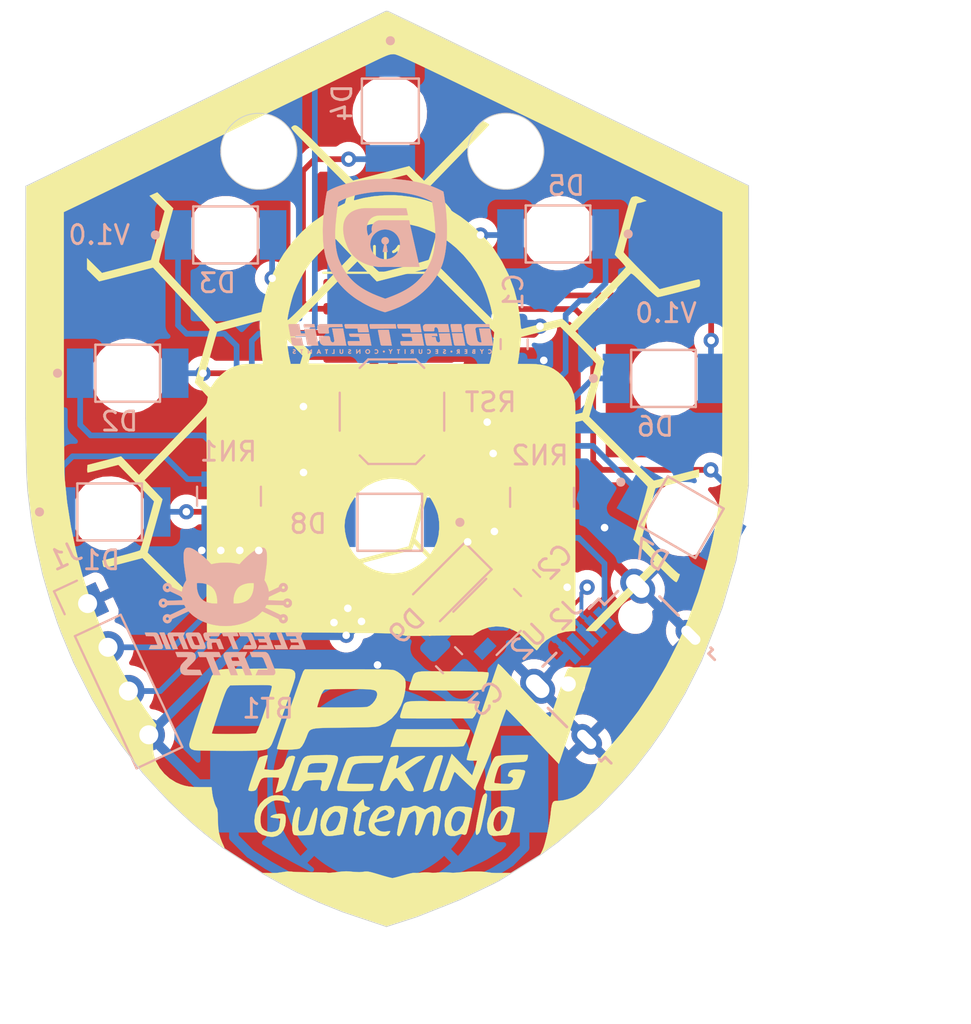
<source format=kicad_pcb>
(kicad_pcb (version 20221018) (generator pcbnew)
  (title_block (title "Open Hack Colombia ") (date "2019-09-06") (rev "V1.0") (company "Electronic Cats") (comment 1 "Andres Sabas") (comment 2 "Eduardo Contreras"))
  (layers (0 "F.Cu" signal) (31 "B.Cu" signal) (34 "B.Paste" user) (35 "F.Paste" user) (36 "B.SilkS" user "B.Silkscreen") (37 "F.SilkS" user "F.Silkscreen") (38 "B.Mask" user) (39 "F.Mask" user) (44 "Edge.Cuts" user))
  (net 0 "")
  (net 1 "+3V3")
  (net 2 "GND")
  (net 3 "Net-(D1-Pad1)")
  (net 4 "Net-(D2-Pad1)")
  (net 5 "Net-(D3-Pad1)")
  (net 6 "Net-(D4-Pad1)")
  (net 7 "Net-(D5-Pad1)")
  (net 8 "Net-(D6-Pad1)")
  (net 9 "Net-(D7-Pad1)")
  (net 10 "/D-")
  (net 11 "/D+")
  (net 12 "/D5")
  (net 13 "/D0")
  (net 14 "/D1")
  (net 15 "/D6")
  (net 16 "/RST")
  (net 17 "/SWCLK")
  (net 18 "/SWDIO")
  (net 19 "/D3")
  (net 20 "/D4")
  (net 21 "/D2")
  (net 22 "VCC")
  (net 23 "Net-(J2-Pad4)")
  (net 24 "Net-(C3-Pad1)")
  (net 25 "Net-(U2-Pad4)")
  (net 26 "Net-(D8-Pad1)")
  (footprint "Package_SO:SOIC-14_3.9x8.7mm_P1.27mm" (layer "F.Cu") (at 149.85 93.825)
    (fp_text reference "U1")
    (fp_text value "ATSAMD11C14A-SS")
  )
  (footprint "seguridad-03" (layer "F.Cu") (at 150.22 99.69)
    (fp_text reference "Ref**" hide)
    (fp_text value "Val**" hide)
  )
  (footprint "seguridad-03" (layer "F.Cu") (at 150.22 99.69)
    (fp_text reference "Ref**" hide)
    (fp_text value "Val**" hide)
  )
  (footprint "Batteries:BAT-HLD-012-SMT-OTL" (layer "B.Cu") (at 149.34 116.29)
    (fp_text reference "BT1")
    (fp_text value "Battery_Cell")
  )
  (footprint "Connector_USB:USB_Micro-B_Wuerth_629105150521" (layer "B.Cu") (at 161.62 109.82 -135)
    (fp_text reference "J2")
    (fp_text value "USB_B_Micro")
  )
  (footprint "Capacitor_SMD:C_0805_2012Metric_Pad1.15x1.40mm_HandSolder" (layer "B.Cu") (at 157.12 105.71 -45)
    (fp_text reference "C2")
    (fp_text value "10uF")
  )
  (footprint "Package_TO_SOT_SMD:SOT-23-5" (layer "B.Cu") (at 155.015 107.725 -135)
    (fp_text reference "U2")
    (fp_text value "AP2112K-3.3")
  )
  (footprint "BadgeOpenHack:LYT77K-K2M1-NoHole" (layer "B.Cu") (at 135.15 101.975)
    (fp_text reference "D1")
    (fp_text value "R_LED")
  )
  (footprint "BadgeOpenHack:LYT77K-K2M1-NoHole" (layer "B.Cu") (at 136.1 94.675)
    (fp_text reference "D2")
    (fp_text value "R_LED")
  )
  (footprint "BadgeOpenHack:LYT77K-K2M1-NoHole" (layer "B.Cu") (at 141.25 87.4)
    (fp_text reference "D3")
    (fp_text value "R_LED")
  )
  (footprint "BadgeOpenHack:LYT77K-K2M1-NoHole" (layer "B.Cu") (at 149.925 80.875 -90)
    (fp_text reference "D4")
    (fp_text value "R_LED")
  )
  (footprint "BadgeOpenHack:LYT77K-K2M1-NoHole" (layer "B.Cu") (at 158.75 87.35 180)
    (fp_text reference "D5")
    (fp_text value "R_LED")
  )
  (footprint "BadgeOpenHack:LYT77K-K2M1-NoHole" (layer "B.Cu") (at 165.25 102.25 -30)
    (fp_text reference "D7")
    (fp_text value "R_LED")
  )
  (footprint "BadgeOpenHack:LYT77K-K2M1-NoHole" (layer "B.Cu") (at 164.3 94.95)
    (fp_text reference "D6")
    (fp_text value "R_LED")
  )
  (footprint "Capacitor_SMD:C_0805_2012Metric_Pad1.15x1.40mm_HandSolder" (layer "B.Cu") (at 153.015 109.775 -45)
    (fp_text reference "C3")
    (fp_text value "10uF")
  )
  (footprint "Aesthetics:electronic_cats_logo_8x6" (layer "B.Cu") (at 141.24 107.21 180)
    (fp_text reference "G***" hide)
    (fp_text value "LOGO" hide)
  )
  (footprint "Connector_PinSocket_2.54mm:PinSocket_1x04_P2.54mm_Vertical" (layer "B.Cu") (at 133.99 106.794 -155)
    (fp_text reference "J1")
    (fp_text value "Conn_01x04_Male")
  )
  (footprint "Capacitor_SMD:C_0805_2012Metric_Pad1.15x1.40mm_HandSolder" (layer "B.Cu") (at 156.44 93.146 -90)
    (fp_text reference "C1")
    (fp_text value "0.1uF")
  )
  (footprint "Diode_SMD:D_SOD-123F" (layer "B.Cu") (at 152.994 105.848 -135)
    (fp_text reference "D9")
    (fp_text value "MBR120")
  )
  (footprint "Resistor_SMD:R_Array_Convex_4x0603" (layer "B.Cu") (at 141.432 101.146 -90)
    (fp_text reference "RN1")
    (fp_text value "R_Pack04")
  )
  (footprint "Resistor_SMD:R_Array_Convex_4x0603" (layer "B.Cu") (at 157.908 101.206 -90)
    (fp_text reference "RN2")
    (fp_text value "R_Pack04")
  )
  (footprint "Button_Switch_SMD:SW_SPST_TL3342" (layer "B.Cu") (at 150.01 96.7 180)
    (fp_text reference "SW1")
    (fp_text value "RST")
  )
  (footprint "Aesthetics:digetech" (layer "B.Cu") (at 149.95 89.05 180)
    (fp_text reference "G***" hide)
    (fp_text value "LOGO" hide)
  )
  (footprint "BadgeOpenHack:LYT77K-K2M1-NoHole" (layer "B.Cu") (at 149.894 102.52 180)
    (fp_text reference "D8")
    (fp_text value "R_LED")
  )
  (gr_line (start 149.74 75.63) (end 149.81 75.64) (stroke (width 0.05)) (layer "Edge.Cuts"))
  (gr_circle (center 143 83) (end 145 83) (stroke (width 0.05)) (fill none) (layer "Edge.Cuts"))
  (gr_line (start 167.39 107.01) (end 166.3 109.81) (stroke (width 0.05)) (layer "Edge.Cuts"))
  (gr_line (start 162.96 115.23) (end 162.74 115.51) (stroke (width 0.05)) (layer "Edge.Cuts"))
  (gr_line (start 164.36 113.32) (end 163.61 114.39) (stroke (width 0.05)) (layer "Edge.Cuts"))
  (gr_line (start 134.22 111.81) (end 133.26 109.91) (stroke (width 0.05)) (layer "Edge.Cuts"))
  (gr_line (start 130.73 97.04) (end 130.73 95.11) (stroke (width 0.05)) (layer "Edge.Cuts"))
  (gr_line (start 153.57 122.38) (end 151.33 123.27) (stroke (width 0.05)) (layer "Edge.Cuts"))
  (gr_line (start 149.67 75.64) (end 149.74 75.63) (stroke (width 0.05)) (layer "Edge.Cuts"))
  (gr_line (start 168.78 98.22) (end 168.77 100.59) (stroke (width 0.05)) (layer "Edge.Cuts"))
  (gr_line (start 149.81 75.64) (end 168.78 84.81) (stroke (width 0.05)) (layer "Edge.Cuts"))
  (gr_line (start 135.78 114.26) (end 135.26 113.5) (stroke (width 0.05)) (layer "Edge.Cuts"))
  (gr_line (start 132.4 107.79) (end 132.11 106.92) (stroke (width 0.05)) (layer "Edge.Cuts"))
  (gr_line (start 130.74 84.84) (end 149.67 75.64) (stroke (width 0.05)) (layer "Edge.Cuts"))
  (gr_line (start 163.61 114.39) (end 162.96 115.23) (stroke (width 0.05)) (layer "Edge.Cuts"))
  (gr_line (start 143.19 120.99) (end 141.14 119.66) (stroke (width 0.05)) (layer "Edge.Cuts"))
  (gr_line (start 131.24 103.56) (end 131.05 102.56) (stroke (width 0.05)) (layer "Edge.Cuts"))
  (gr_line (start 155.37 121.52) (end 153.57 122.38) (stroke (width 0.05)) (layer "Edge.Cuts"))
  (gr_line (start 135.26 113.5) (end 134.82 112.83) (stroke (width 0.05)) (layer "Edge.Cuts"))
  (gr_line (start 130.84 100.86) (end 130.78 99.9) (stroke (width 0.05)) (layer "Edge.Cuts"))
  (gr_line (start 130.75 98.29) (end 130.73 97.04) (stroke (width 0.05)) (layer "Edge.Cuts"))
  (gr_line (start 140.14 118.89) (end 139.57 118.41) (stroke (width 0.05)) (layer "Edge.Cuts"))
  (gr_line (start 137.73 116.62) (end 136.91 115.73) (stroke (width 0.05)) (layer "Edge.Cuts"))
  (gr_line (start 138.25 117.17) (end 137.73 116.62) (stroke (width 0.05)) (layer "Edge.Cuts"))
  (gr_line (start 145.02 121.99) (end 144.08 121.49) (stroke (width 0.05)) (layer "Edge.Cuts"))
  (gr_line (start 157.82 120.02) (end 155.66 121.37) (stroke (width 0.05)) (layer "Edge.Cuts"))
  (gr_line (start 168.12 104.52) (end 167.39 107.01) (stroke (width 0.05)) (layer "Edge.Cuts"))
  (gr_line (start 130.73 95.11) (end 130.74 84.84) (stroke (width 0.05)) (layer "Edge.Cuts"))
  (gr_line (start 160.88 117.51) (end 158.72 119.36) (stroke (width 0.05)) (layer "Edge.Cuts"))
  (gr_line (start 144.08 121.49) (end 143.19 120.99) (stroke (width 0.05)) (layer "Edge.Cuts"))
  (gr_line (start 168.78 84.81) (end 168.78 98.22) (stroke (width 0.05)) (layer "Edge.Cuts"))
  (gr_line (start 162.13 116.21) (end 160.88 117.51) (stroke (width 0.05)) (layer "Edge.Cuts"))
  (gr_line (start 149.72 123.79) (end 147.4 123.01) (stroke (width 0.05)) (layer "Edge.Cuts"))
  (gr_line (start 131.63 105.28) (end 131.24 103.56) (stroke (width 0.05)) (layer "Edge.Cuts"))
  (gr_line (start 147.4 123.01) (end 146.18 122.52) (stroke (width 0.05)) (layer "Edge.Cuts"))
  (gr_line (start 168.6 101.84) (end 168.12 104.52) (stroke (width 0.05)) (layer "Edge.Cuts"))
  (gr_line (start 158.72 119.36) (end 157.82 120.02) (stroke (width 0.05)) (layer "Edge.Cuts"))
  (gr_line (start 151.33 123.27) (end 149.72 123.79) (stroke (width 0.05)) (layer "Edge.Cuts"))
  (gr_line (start 140.83 119.43) (end 140.14 118.89) (stroke (width 0.05)) (layer "Edge.Cuts"))
  (gr_line (start 168.77 100.59) (end 168.6 101.84) (stroke (width 0.05)) (layer "Edge.Cuts"))
  (gr_line (start 132.11 106.92) (end 131.63 105.28) (stroke (width 0.05)) (layer "Edge.Cuts"))
  (gr_line (start 166.3 109.81) (end 165.42 111.55) (stroke (width 0.05)) (layer "Edge.Cuts"))
  (gr_line (start 136.91 115.73) (end 135.78 114.26) (stroke (width 0.05)) (layer "Edge.Cuts"))
  (gr_line (start 131.05 102.56) (end 130.84 100.86) (stroke (width 0.05)) (layer "Edge.Cuts"))
  (gr_line (start 155.66 121.37) (end 155.37 121.52) (stroke (width 0.05)) (layer "Edge.Cuts"))
  (gr_line (start 139.05 117.94) (end 138.25 117.17) (stroke (width 0.05)) (layer "Edge.Cuts"))
  (gr_line (start 134.82 112.83) (end 134.22 111.81) (stroke (width 0.05)) (layer "Edge.Cuts"))
  (gr_line (start 146.18 122.52) (end 145.02 121.99) (stroke (width 0.05)) (layer "Edge.Cuts"))
  (gr_line (start 133.26 109.91) (end 132.61 108.35) (stroke (width 0.05)) (layer "Edge.Cuts"))
  (gr_line (start 130.78 99.9) (end 130.75 98.29) (stroke (width 0.05)) (layer "Edge.Cuts"))
  (gr_line (start 132.61 108.35) (end 132.4 107.79) (stroke (width 0.05)) (layer "Edge.Cuts"))
  (gr_line (start 162.74 115.51) (end 162.13 116.21) (stroke (width 0.05)) (layer "Edge.Cuts"))
  (gr_line (start 139.57 118.41) (end 139.05 117.94) (stroke (width 0.05)) (layer "Edge.Cuts"))
  (gr_line (start 165.42 111.55) (end 164.36 113.32) (stroke (width 0.05)) (layer "Edge.Cuts"))
  (gr_circle (center 156 83) (end 158 83) (stroke (width 0.05)) (fill none) (layer "Edge.Cuts"))
  (gr_line (start 141.14 119.66) (end 140.83 119.43) (stroke (width 0.05)) (layer "Edge.Cuts"))
  (gr_text "V1.0" (at 134.6 87.4) (layer "B.SilkS") (effects (font (size 1 1)) (justify mirror)))
  (gr_text "V1.0" (at 164.428 91.508) (layer "B.SilkS") (effects (font (size 1 1)) (justify mirror)))
  (segment (start 150.052 98.23) (end 150.052 92.988) (width 0.5) (layer "F.Cu") (net 1))
  (segment (start 157.445 92.555) (end 157.8 92.2) (width 0.5) (layer "F.Cu") (net 1))
  (segment (start 147.6 107.13) (end 147.686 107.044) (width 0.5) (layer "F.Cu") (net 1))
  (segment (start 150.71 98.888) (end 150.052 98.23) (width 0.5) (layer "F.Cu") (net 1))
  (segment (start 147.6 108.464) (end 147.6 107.13) (width 0.5) (layer "F.Cu") (net 1))
  (segment (start 153.994 106.572) (end 153.994 103.548) (width 0.5) (layer "F.Cu") (net 1))
  (segment (start 148.406 107.734) (end 148.376 107.734) (width 0.5) (layer "F.Cu") (net 1))
  (segment (start 152.832 107.734) (end 153.994 106.572) (width 0.5) (layer "F.Cu") (net 1))
  (segment (start 150.485 92.555) (end 152.325 92.555) (width 0.5) (layer "F.Cu") (net 1))
  (segment (start 146.958 107.794) (end 148.346 107.794) (width 0.5) (layer "F.Cu") (net 1))
  (segment (start 152.37 107.734) (end 152.832 107.734) (width 0.5) (layer "F.Cu") (net 1))
  (segment (start 152.658 98.888) (end 150.71 98.888) (width 0.5) (layer "F.Cu") (net 1))
  (segment (start 147.686 107.044) (end 147.686 107.066) (width 0.5) (layer "F.Cu") (net 1))
  (segment (start 153.994 100.224) (end 152.658 98.888) (width 0.5) (layer "F.Cu") (net 1))
  (segment (start 148.376 107.734) (end 147.686 107.044) (width 0.5) (layer "F.Cu") (net 1))
  (segment (start 148.346 107.794) (end 148.406 107.734) (width 0.5) (layer "F.Cu") (net 1))
  (segment (start 153.994 103.548) (end 153.994 100.224) (width 0.5) (layer "F.Cu") (net 1))
  (segment (start 152.325 92.555) (end 157.445 92.555) (width 0.5) (layer "F.Cu") (net 1))
  (segment (start 148.406 107.734) (end 152.37 107.734) (width 0.5) (layer "F.Cu") (net 1))
  (segment (start 150.052 92.988) (end 150.485 92.555) (width 0.5) (layer "F.Cu") (net 1))
  (segment (start 147.686 107.066) (end 146.958 107.794) (width 0.5) (layer "F.Cu") (net 1))
  (via (at 146.958 107.794) (size 0.8) (drill 0.4) (layers "F.Cu" "B.Cu") (net 1))
  (via (at 148.406 107.734) (size 0.8) (drill 0.4) (layers "F.Cu" "B.Cu") (net 1))
  (via (at 147.6 108.464) (size 0.8) (drill 0.4) (layers "F.Cu" "B.Cu") (net 1))
  (via (at 153.994 103.548) (size 0.8) (drill 0.4) (layers "F.Cu" "B.Cu") (net 1))
  (via (at 147.686 107.044) (size 0.8) (drill 0.4) (layers "F.Cu" "B.Cu") (net 1))
  (via (at 157.8 92.2) (size 0.8) (drill 0.4) (layers "F.Cu" "B.Cu") (net 1))
  (segment (start 151.152193 122.775715) (end 150.225557 123.075) (width 0.5) (layer "B.Cu") (net 1))
  (segment (start 147.774315 107.825685) (end 147.999999 108.051369) (width 0.5) (layer "B.Cu") (net 1))
  (segment (start 147.780315 107.794) (end 147.840315 107.734) (width 0.5) (layer "B.Cu") (net 1))
  (segment (start 144.331922 121.029341) (end 143.461727 120.540468) (width 0.5) (layer "B.Cu") (net 1))
  (segment (start 142.54703 119.947031) (end 141.69 119.090001) (width 0.5) (layer "B.Cu") (net 1))
  (segment (start 147.999999 108.051369) (end 147.999999 108.064001) (width 0.5) (layer "B.Cu") (net 1))
  (segment (start 147.774315 107.8) (end 147.774315 107.825685) (width 0.5) (layer "B.Cu") (net 1))
  (segment (start 153.983949 103.558051) (end 153.994 103.548) (width 0.5) (layer "B.Cu") (net 1))
  (segment (start 147.686 107.044) (end 147.686 107.699685) (width 0.5) (layer "B.Cu") (net 1))
  (segment (start 147.999999 108.064001) (end 147.6 108.464) (width 0.5) (layer "B.Cu") (net 1))
  (segment (start 146.958 107.794) (end 147.780315 107.794) (width 0.5) (layer "B.Cu") (net 1))
  (segment (start 150.225557 123.075) (end 149.240793 123.075) (width 0.5) (layer "B.Cu") (net 1))
  (segment (start 147.6 108.2) (end 147.364 108.2) (width 0.5) (layer "B.Cu") (net 1))
  (segment (start 146.410144 122.046663) (end 146.410144 122.046662) (width 0.5) (layer "B.Cu") (net 1))
  (segment (start 153.359645 121.898648) (end 152.664106 122.175) (width 0.5) (layer "B.Cu") (net 1))
  (segment (start 152.474774 122.250226) (end 151.152193 122.775715) (width 0.5) (layer "B.Cu") (net 1))
  (segment (start 157.721 92.121) (end 157.8 92.2) (width 0.5) (layer "B.Cu") (net 1))
  (segment (start 147.840315 107.734) (end 147.774315 107.8) (width 0.5) (layer "B.Cu") (net 1))
  (segment (start 156.99 119.634999) (end 156.230972 120.394027) (width 0.5) (layer "B.Cu") (net 1))
  (segment (start 156.230972 120.394027) (end 155.399843 120.913483) (width 0.5) (layer "B.Cu") (net 1))
  (segment (start 156.44 92.121) (end 157.721 92.121) (width 0.5) (layer "B.Cu") (net 1))
  (segment (start 146.044241 121.880759) (end 145.252581 121.519053) (width 0.5) (layer "B.Cu") (net 1))
  (segment (start 149.240793 123.075) (end 147.581646 122.517183) (width 0.5) (layer "B.Cu") (net 1))
  (segment (start 146.410144 122.046663) (end 146.244241 121.880759) (width 0.5) (layer "B.Cu") (net 1))
  (segment (start 142.446416 108.464) (end 147.6 108.464) (width 0.5) (layer "B.Cu") (net 1))
  (segment (start 139.800286 116.29) (end 137.210351 113.700065) (width 0.5) (layer "B.Cu") (net 1))
  (segment (start 147.686 107.699685) (end 147.780315 107.794) (width 0.5) (layer "B.Cu") (net 1))
  (segment (start 147.364 108.2) (end 146.958 107.794) (width 0.5) (layer "B.Cu") (net 1))
  (segment (start 141.69 116.29) (end 139.800286 116.29) (width 0.5) (layer "B.Cu") (net 1))
  (segment (start 152.55 122.175) (end 152.474774 122.250226) (width 0.5) (layer "B.Cu") (net 1))
  (segment (start 147.581646 122.517183) (end 146.410144 122.046663) (width 0.5) (layer "B.Cu") (net 1))
  (segment (start 148.406 107.734) (end 147.840315 107.734) (width 0.5) (layer "B.Cu") (net 1))
  (segment (start 153.983949 104.858051) (end 153.983949 103.558051) (width 0.5) (layer "B.Cu") (net 1))
  (segment (start 143.461727 120.540468) (end 142.54703 119.947031) (width 0.5) (layer "B.Cu") (net 1))
  (segment (start 155.399843 120.913483) (end 155.136151 121.049874) (width 0.5) (layer "B.Cu") (net 1))
  (segment (start 147.6 108.464) (end 147.6 108.2) (width 0.5) (layer "B.Cu") (net 1))
  (segment (start 146.410144 122.046662) (end 146.244241 121.880759) (width 0.5) (layer "B.Cu") (net 1))
  (segment (start 146.244241 121.880759) (end 146.044241 121.880759) (width 0.5) (layer "B.Cu") (net 1))
  (segment (start 145.252581 121.519053) (end 144.331922 121.029341) (width 0.5) (layer "B.Cu") (net 1))
  (segment (start 155.136151 121.049874) (end 153.359645 121.898648) (width 0.5) (layer "B.Cu") (net 1))
  (segment (start 152.664106 122.175) (end 152.55 122.175) (width 0.5) (layer "B.Cu") (net 1))
  (segment (start 141.69 119.090001) (end 141.69 116.29) (width 0.5) (layer "B.Cu") (net 1))
  (segment (start 156.99 116.29) (end 156.99 119.634999) (width 0.5) (layer "B.Cu") (net 1))
  (segment (start 137.210351 113.700065) (end 142.446416 108.464) (width 0.5) (layer "B.Cu") (net 1))
  (segment (start 140 104) (end 141 104) (width 0.3) (layer "F.Cu") (net 2))
  (segment (start 142 104) (end 143 104) (width 0.3) (layer "F.Cu") (net 2))
  (segment (start 158 94) (end 154.4 94) (width 0.3) (layer "F.Cu") (net 2))
  (via (at 142 104) (size 0.8) (drill 0.4) (layers "F.Cu" "B.Cu") (net 2))
  (via (at 141 104) (size 0.8) (drill 0.4) (layers "F.Cu" "B.Cu") (net 2))
  (via (at 155.4 103) (size 0.8) (drill 0.4) (layers "F.Cu" "B.Cu") (net 2))
  (via (at 140 104) (size 0.8) (drill 0.4) (layers "F.Cu" "B.Cu") (net 2))
  (via (at 149.25 110.025) (size 0.8) (drill 0.4) (layers "F.Cu" "B.Cu") (net 2))
  (via (at 161.2 102.8) (size 0.8) (drill 0.4) (layers "F.Cu" "B.Cu") (net 2))
  (via (at 143 104) (size 0.8) (drill 0.4) (layers "F.Cu" "B.Cu") (net 2))
  (via (at 155.336 98.898) (size 0.8) (drill 0.4) (layers "F.Cu" "B.Cu") (net 2))
  (via (at 158 94) (size 0.8) (drill 0.4) (layers "F.Cu" "B.Cu") (net 2))
  (segment (start 156.708 102.106) (end 156.294 102.106) (width 0.3) (layer "B.Cu") (net 2))
  (segment (start 160.506 102.106) (end 161.2 102.8) (width 0.3) (layer "B.Cu") (net 2))
  (segment (start 140.232 102.046) (end 140.232 103.768) (width 0.3) (layer "B.Cu") (net 2))
  (segment (start 159.108 102.106) (end 160.506 102.106) (width 0.3) (layer "B.Cu") (net 2))
  (segment (start 156.44 94.171) (end 157.829 94.171) (width 0.3) (layer "B.Cu") (net 2))
  (segment (start 156.305216 106.434784) (end 157.844784 106.434784) (width 0.3) (layer "B.Cu") (net 2))
  (segment (start 159.357258 109.395736) (end 157.844784 107.883262) (width 0.3) (layer "B.Cu") (net 2))
  (segment (start 140.232 103.768) (end 140 104) (width 0.3) (layer "B.Cu") (net 2))
  (segment (start 153.16 98.6) (end 155.038 98.6) (width 0.3) (layer "B.Cu") (net 2))
  (segment (start 156.294 102.106) (end 155.4 103) (width 0.3) (layer "B.Cu") (net 2))
  (segment (start 149.34 110.115) (end 149.25 110.025) (width 0.3) (layer "B.Cu") (net 2))
  (segment (start 141 104) (end 142 104) (width 0.3) (layer "B.Cu") (net 2))
  (segment (start 149.34 116.29) (end 149.34 110.115) (width 0.3) (layer "B.Cu") (net 2))
  (segment (start 157.829 94.171) (end 158 94) (width 0.3) (layer "B.Cu") (net 2))
  (segment (start 157.844784 107.883262) (end 157.844784 106.434784) (width 0.3) (layer "B.Cu") (net 2))
  (segment (start 155.038 98.6) (end 155.336 98.898) (width 0.3) (layer "B.Cu") (net 2))
  (segment (start 155.792817 106.947183) (end 156.305216 106.434784) (width 0.3) (layer "B.Cu") (net 2))
  (segment (start 132.65 99.6) (end 133.2 99.05) (width 0.3) (layer "B.Cu") (net 3))
  (segment (start 139.246 100.246) (end 140.232 100.246) (width 0.3) (layer "B.Cu") (net 3))
  (segment (start 132.65 101.975) (end 132.65 99.6) (width 0.3) (layer "B.Cu") (net 3))
  (segment (start 133.2 99.05) (end 138.05 99.05) (width 0.3) (layer "B.Cu") (net 3))
  (segment (start 138.05 99.05) (end 139.246 100.246) (width 0.3) (layer "B.Cu") (net 3))
  (segment (start 141.032 100.246) (end 141.032 98.882) (width 0.3) (layer "B.Cu") (net 4))
  (segment (start 134.15 97.95) (end 133.6 97.4) (width 0.3) (layer "B.Cu") (net 4))
  (segment (start 141.032 98.882) (end 140.1 97.95) (width 0.3) (layer "B.Cu") (net 4))
  (segment (start 140.1 97.95) (end 134.15 97.95) (width 0.3) (layer "B.Cu") (net 4))
  (segment (start 133.6 97.4) (end 133.6 94.675) (width 0.3) (layer "B.Cu") (net 4))
  (segment (start 141.832 100.246) (end 141.832 93.232) (width 0.3) (layer "B.Cu") (net 5))
  (segment (start 138.75 92.15) (end 138.75 89.35) (width 0.3) (layer "B.Cu") (net 5))
  (segment (start 141.2 92.6) (end 139.2 92.6) (width 0.3) (layer "B.Cu") (net 5))
  (segment (start 141.832 93.232) (end 141.2 92.6) (width 0.3) (layer "B.Cu") (net 5))
  (segment (start 139.2 92.6) (end 138.75 92.15) (width 0.3) (layer "B.Cu") (net 5))
  (segment (start 138.75 89.35) (end 138.75 87.4) (width 0.3) (layer "B.Cu") (net 5))
  (segment (start 142.632 92.968) (end 143 92.6) (width 0.3) (layer "B.Cu") (net 6))
  (segment (start 143 92.6) (end 145.6 92.6) (width 0.3) (layer "B.Cu") (net 6))
  (segment (start 145.95 79.5) (end 147.075 78.375) (width 0.3) (layer "B.Cu") (net 6))
  (segment (start 145.6 92.6) (end 145.95 92.25) (width 0.3) (layer "B.Cu") (net 6))
  (segment (start 145.95 92.25) (end 145.95 79.5) (width 0.3) (layer "B.Cu") (net 6))
  (segment (start 142.632 100.246) (end 142.632 92.968) (width 0.3) (layer "B.Cu") (net 6))
  (segment (start 147.075 78.375) (end 149.925 78.375) (width 0.3) (layer "B.Cu") (net 6))
  (segment (start 159.15 91.6) (end 159.9 90.85) (width 0.3) (layer "B.Cu") (net 7))
  (segment (start 157.4 95.4) (end 158.35 95.4) (width 0.3) (layer "B.Cu") (net 7))
  (segment (start 156.708 96.092) (end 157.4 95.4) (width 0.3) (layer "B.Cu") (net 7))
  (segment (start 159.15 94.6) (end 159.15 91.6) (width 0.3) (layer "B.Cu") (net 7))
  (segment (start 160.35 90.85) (end 161.25 89.95) (width 0.3) (layer "B.Cu") (net 7))
  (segment (start 158.35 95.4) (end 159.15 94.6) (width 0.3) (layer "B.Cu") (net 7))
  (segment (start 161.25 89.95) (end 161.25 87.35) (width 0.3) (layer "B.Cu") (net 7))
  (segment (start 156.708 100.306) (end 156.708 96.092) (width 0.3) (layer "B.Cu") (net 7))
  (segment (start 159.9 90.85) (end 160.35 90.85) (width 0.3) (layer "B.Cu") (net 7))
  (segment (start 160.6 94.95) (end 161.8 94.95) (width 0.3) (layer "B.Cu") (net 8))
  (segment (start 159.55 96) (end 160.6 94.95) (width 0.3) (layer "B.Cu") (net 8))
  (segment (start 158 96) (end 159.55 96) (width 0.3) (layer "B.Cu") (net 8))
  (segment (start 157.508 96.492) (end 158 96) (width 0.3) (layer "B.Cu") (net 8))
  (segment (start 157.508 100.306) (end 157.508 96.492) (width 0.3) (layer "B.Cu") (net 8))
  (segment (start 158.85 98.5) (end 160.584936 98.5) (width 0.3) (layer "B.Cu") (net 9))
  (segment (start 158.308 99.042) (end 158.85 98.5) (width 0.3) (layer "B.Cu") (net 9))
  (segment (start 160.584936 98.5) (end 163.084936 101) (width 0.3) (layer "B.Cu") (net 9))
  (segment (start 158.308 100.306) (end 158.308 99.042) (width 0.3) (layer "B.Cu") (net 9))
  (segment (start 155.1468 95.955) (end 152.735 95.955) (width 0.2) (layer "F.Cu") (net 10))
  (segment (start 160.281713 105.937812) (end 159.981713 106.237812) (width 0.2) (layer "F.Cu") (net 10))
  (segment (start 152.735 95.955) (end 152.325 96.365) (width 0.2) (layer "F.Cu") (net 10))
  (segment (start 159.1132 107.325) (end 157.6768 107.325) (width 0.2) (layer "F.Cu") (net 10))
  (segment (start 159.981713 106.456487) (end 159.1132 107.325) (width 0.2) (layer "F.Cu") (net 10))
  (segment (start 159.981713 106.237812) (end 159.981713 106.456487) (width 0.2) (layer "F.Cu") (net 10))
  (segment (start 157.6768 107.325) (end 156.995 106.6432) (width 0.2) (layer "F.Cu") (net 10))
  (segment (start 156.995 97.8032) (end 155.1468 95.955) (width 0.2) (layer "F.Cu") (net 10))
  (segment (start 156.995 106.6432) (end 156.995 97.8032) (width 0.2) (layer "F.Cu") (net 10))
  (via (at 160.281713 105.937812) (size 0.8) (drill 0.4) (layers "F.Cu" "B.Cu") (net 10))
  (segment (start 160.736117 108.016878) (end 160.630066 108.016878) (width 0.2) (layer "B.Cu") (net 10))
  (segment (start 159.981713 106.237812) (end 160.281713 105.937812) (width 0.2) (layer "B.Cu") (net 10))
  (segment (start 159.981713 107.403895) (end 159.981713 106.237812) (width 0.2) (layer "B.Cu") (net 10))
  (segment (start 160.120957 107.507769) (end 160.085587 107.507769) (width 0.2) (layer "B.Cu") (net 10))
  (segment (start 160.630066 108.016878) (end 160.120957 107.507769) (width 0.2) (layer "B.Cu") (net 10))
  (segment (start 160.085587 107.507769) (end 159.981713 107.403895) (width 0.2) (layer "B.Cu") (net 10))
  (segment (start 155.3332 95.505) (end 152.735 95.505) (width 0.2) (layer "F.Cu") (net 11))
  (segment (start 158.9268 106.875) (end 157.8632 106.875) (width 0.2) (layer "F.Cu") (net 11))
  (segment (start 157.445 106.4568) (end 157.445 97.6168) (width 0.2) (layer "F.Cu") (net 11))
  (segment (start 159.531713 106.237812) (end 159.531713 106.270087) (width 0.2) (layer "F.Cu") (net 11))
  (segment (start 157.8632 106.875) (end 157.445 106.4568) (width 0.2) (layer "F.Cu") (net 11))
  (segment (start 152.735 95.505) (end 152.325 95.095) (width 0.2) (layer "F.Cu") (net 11))
  (segment (start 157.445 97.6168) (end 155.3332 95.505) (width 0.2) (layer "F.Cu") (net 11))
  (segment (start 159.531713 106.270087) (end 158.9268 106.875) (width 0.2) (layer "F.Cu") (net 11))
  (segment (start 159.231713 105.937812) (end 159.531713 106.237812) (width 0.2) (layer "F.Cu") (net 11))
  (via (at 159.231713 105.937812) (size 0.8) (drill 0.4) (layers "F.Cu" "B.Cu") (net 11))
  (segment (start 160.276497 108.370446) (end 159.767389 107.861338) (width 0.2) (layer "B.Cu") (net 11))
  (segment (start 160.276497 108.476497) (end 160.276497 108.370446) (width 0.2) (layer "B.Cu") (net 11))
  (segment (start 159.767389 107.825969) (end 159.531713 107.590293) (width 0.2) (layer "B.Cu") (net 11))
  (segment (start 159.531713 106.237812) (end 159.231713 105.937812) (width 0.2) (layer "B.Cu") (net 11))
  (segment (start 159.531713 107.590293) (end 159.531713 106.237812) (width 0.2) (layer "B.Cu") (net 11))
  (segment (start 159.767389 107.861338) (end 159.767389 107.825969) (width 0.2) (layer "B.Cu") (net 11))
  (segment (start 166.81 91.06) (end 166.81 90.96) (width 0.3) (layer "F.Cu") (net 12))
  (segment (start 155.53499 90.58499) (end 154.965 90.015) (width 0.3) (layer "F.Cu") (net 12))
  (segment (start 166.43499 90.58499) (end 155.53499 90.58499) (width 0.3) (layer "F.Cu") (net 12))
  (segment (start 166.81 92.95) (end 166.81 91.06) (width 0.3) (layer "F.Cu") (net 12))
  (segment (start 166.81 90.96) (end 166.43499 90.58499) (width 0.3) (layer "F.Cu") (net 12))
  (segment (start 152.325 90.015) (end 154.965 90.015) (width 0.3) (layer "F.Cu") (net 12))
  (via (at 166.81 92.95) (size 0.8) (drill 0.4) (layers "F.Cu" "B.Cu") (net 12))
  (segment (start 166.8 92.96) (end 166.81 92.95) (width 0.3) (layer "B.Cu") (net 12))
  (segment (start 166.8 94.95) (end 166.8 92.96) (width 0.3) (layer "B.Cu") (net 12))
  (segment (start 144.358 95.54) (end 144.358 101.19) (width 0.3) (layer "F.Cu") (net 13))
  (segment (start 144.803 95.095) (end 144.358 95.54) (width 0.3) (layer "F.Cu") (net 13))
  (segment (start 143.582 101.966) (end 139.188 101.966) (width 0.3) (layer "F.Cu") (net 13))
  (segment (start 144.358 101.19) (end 143.582 101.966) (width 0.3) (layer "F.Cu") (net 13))
  (segment (start 147.375 95.095) (end 144.803 95.095) (width 0.3) (layer "F.Cu") (net 13))
  (via (at 139.188 101.966) (size 0.8) (drill 0.4) (layers "F.Cu" "B.Cu") (net 13))
  (segment (start 137.659 101.966) (end 137.65 101.975) (width 0.3) (layer "B.Cu") (net 13))
  (segment (start 139.188 101.966) (end 137.659 101.966) (width 0.3) (layer "B.Cu") (net 13))
  (segment (start 147.375 93.825) (end 144.647 93.825) (width 0.3) (layer "F.Cu") (net 14))
  (segment (start 144.647 93.825) (end 143.794 94.678) (width 0.3) (layer "F.Cu") (net 14))
  (segment (start 143.794 94.678) (end 140.068 94.678) (width 0.3) (layer "F.Cu") (net 14))
  (via (at 140.068 94.678) (size 0.8) (drill 0.4) (layers "F.Cu" "B.Cu") (net 14))
  (segment (start 138.6 94.675) (end 140.065 94.675) (width 0.3) (layer "B.Cu") (net 14))
  (segment (start 140.065 94.675) (end 140.068 94.678) (width 0.3) (layer "B.Cu") (net 14))
  (segment (start 153.4 91.285) (end 152.325 91.285) (width 0.3) (layer "F.Cu") (net 15))
  (segment (start 160.6 99.3) (end 160.6 92.25) (width 0.3) (layer "F.Cu") (net 15))
  (segment (start 159.65 91.3) (end 153.415 91.3) (width 0.3) (layer "F.Cu") (net 15))
  (segment (start 166.79 99.76) (end 161.06 99.76) (width 0.3) (layer "F.Cu") (net 15))
  (segment (start 161.06 99.76) (end 160.6 99.3) (width 0.3) (layer "F.Cu") (net 15))
  (segment (start 153.415 91.3) (end 153.4 91.285) (width 0.3) (layer "F.Cu") (net 15))
  (segment (start 160.6 92.25) (end 159.65 91.3) (width 0.3) (layer "F.Cu") (net 15))
  (via (at 166.79 99.76) (size 0.8) (drill 0.4) (layers "F.Cu" "B.Cu") (net 15))
  (segment (start 167.96 102.955064) (end 167.96 100.93) (width 0.3) (layer "B.Cu") (net 15))
  (segment (start 167.415064 103.5) (end 167.96 102.955064) (width 0.3) (layer "B.Cu") (net 15))
  (segment (start 167.96 100.93) (end 166.79 99.76) (width 0.3) (layer "B.Cu") (net 15))
  (segment (start 147.375 96.365) (end 145.415 96.365) (width 0.3) (layer "F.Cu") (net 16))
  (segment (start 145.415 96.365) (end 145.35 96.43) (width 0.3) (layer "F.Cu") (net 16))
  (via (at 145.35 96.43) (size 0.8) (drill 0.4) (layers "F.Cu" "B.Cu") (net 16))
  (segment (start 153.16 94.8) (end 146.86 94.8) (width 0.3) (layer "B.Cu") (net 16))
  (segment (start 145.35 96.43) (end 145.35 95.16) (width 0.3) (layer "B.Cu") (net 16))
  (segment (start 145.71 94.8) (end 146.86 94.8) (width 0.3) (layer "B.Cu") (net 16))
  (segment (start 145.35 95.16) (end 145.71 94.8) (width 0.3) (layer "B.Cu") (net 16))
  (segment (start 145.721 97.635) (end 145.354 98.002) (width 0.3) (layer "F.Cu") (net 17))
  (segment (start 145.354 98.002) (end 145.354 99.898) (width 0.3) (layer "F.Cu") (net 17))
  (segment (start 147.375 97.635) (end 145.721 97.635) (width 0.3) (layer "F.Cu") (net 17))
  (via (at 145.354 99.898) (size 0.8) (drill 0.4) (layers "F.Cu" "B.Cu") (net 17))
  (segment (start 138.493978 109.096022) (end 135.06345 109.096022) (width 0.3) (layer "B.Cu") (net 17))
  (segment (start 144.954001 100.297999) (end 144.954001 105.981999) (width 0.3) (layer "B.Cu") (net 17))
  (segment (start 144.954001 105.981999) (end 144.18 106.756) (width 0.3) (layer "B.Cu") (net 17))
  (segment (start 140.834 106.756) (end 138.493978 109.096022) (width 0.3) (layer "B.Cu") (net 17))
  (segment (start 144.18 106.756) (end 140.834 106.756) (width 0.3) (layer "B.Cu") (net 17))
  (segment (start 145.354 99.898) (end 144.954001 100.297999) (width 0.3) (layer "B.Cu") (net 17))
  (segment (start 154.635 97.635) (end 155.022 97.248) (width 0.3) (layer "F.Cu") (net 18))
  (segment (start 154.607 97.635) (end 154.635 97.635) (width 0.3) (layer "F.Cu") (net 18))
  (segment (start 152.325 97.635) (end 154.607 97.635) (width 0.3) (layer "F.Cu") (net 18))
  (via (at 155.022 97.248) (size 0.8) (drill 0.4) (layers "F.Cu" "B.Cu") (net 18))
  (segment (start 148.622 99.006) (end 147.672 99.956) (width 0.3) (layer "B.Cu") (net 18))
  (segment (start 145.76 103.312) (end 145.76 102.57) (width 0.3) (layer "B.Cu") (net 18))
  (segment (start 147.42 99.956) (end 146.978 99.956) (width 0.3) (layer "B.Cu") (net 18))
  (segment (start 136.136901 111.398044) (end 137.809956 111.398044) (width 0.3) (layer "B.Cu") (net 18))
  (segment (start 148.622 97.944) (end 148.622 99.006) (width 0.3) (layer "B.Cu") (net 18))
  (segment (start 145.76 102.57) (end 145.76 102.178) (width 0.3) (layer "B.Cu") (net 18))
  (segment (start 146.394 102.52) (end 146.344 102.57) (width 0.3) (layer "B.Cu") (net 18))
  (segment (start 155.022 97.248) (end 154.456315 97.248) (width 0.3) (layer "B.Cu") (net 18))
  (segment (start 141.68 107.528) (end 144.462 107.528) (width 0.3) (layer "B.Cu") (net 18))
  (segment (start 145.76 106.23) (end 145.76 103.312) (width 0.3) (layer "B.Cu") (net 18))
  (segment (start 145.76 101.19) (end 146.994 99.956) (width 0.3) (layer "B.Cu") (net 18))
  (segment (start 146.13 102.57) (end 146.13 102.548) (width 0.3) (layer "B.Cu") (net 18))
  (segment (start 147.394 102.52) (end 146.394 102.52) (width 0.3) (layer "B.Cu") (net 18))
  (segment (start 146.13 102.548) (end 145.76 102.178) (width 0.3) (layer "B.Cu") (net 18))
  (segment (start 146.994 99.956) (end 147.42 99.956) (width 0.3) (layer "B.Cu") (net 18))
  (segment (start 145.81 102.52) (end 145.76 102.57) (width 0.3) (layer "B.Cu") (net 18))
  (segment (start 145.76 103.312) (end 145.76 102.94) (width 0.3) (layer "B.Cu") (net 18))
  (segment (start 144.462 107.528) (end 145.76 106.23) (width 0.3) (layer "B.Cu") (net 18))
  (segment (start 146.344 102.57) (end 146.13 102.57) (width 0.3) (layer "B.Cu") (net 18))
  (segment (start 145.76 102.94) (end 146.13 102.57) (width 0.3) (layer "B.Cu") (net 18))
  (segment (start 146.13 102.57) (end 145.76 102.57) (width 0.3) (layer "B.Cu") (net 18))
  (segment (start 154.456315 97.248) (end 149.318 97.248) (width 0.3) (layer "B.Cu") (net 18))
  (segment (start 147.672 99.956) (end 147.42 99.956) (width 0.3) (layer "B.Cu") (net 18))
  (segment (start 145.76 102.178) (end 145.76 101.19) (width 0.3) (layer "B.Cu") (net 18))
  (segment (start 137.809956 111.398044) (end 141.68 107.528) (width 0.3) (layer "B.Cu") (net 18))
  (segment (start 147.394 102.52) (end 145.81 102.52) (width 0.3) (layer "B.Cu") (net 18))
  (segment (start 149.318 97.248) (end 148.622 97.944) (width 0.3) (layer "B.Cu") (net 18))
  (segment (start 145.94 83.414) (end 147.73 83.414) (width 0.3) (layer "F.Cu") (net 19))
  (segment (start 145.671 91.285) (end 145.326 90.94) (width 0.3) (layer "F.Cu") (net 19))
  (segment (start 145.326 84.028) (end 145.94 83.414) (width 0.3) (layer "F.Cu") (net 19))
  (segment (start 147.375 91.285) (end 145.671 91.285) (width 0.3) (layer "F.Cu") (net 19))
  (segment (start 145.326 90.94) (end 145.326 84.028) (width 0.3) (layer "F.Cu") (net 19))
  (via (at 147.73 83.414) (size 0.8) (drill 0.4) (layers "F.Cu" "B.Cu") (net 19))
  (segment (start 147.73 83.414) (end 149.886 83.414) (width 0.3) (layer "B.Cu") (net 19))
  (segment (start 149.886 83.414) (end 149.925 83.375) (width 0.3) (layer "B.Cu") (net 19))
  (segment (start 147.375 87.875) (end 147.844 87.406) (width 0.3) (layer "F.Cu") (net 20))
  (segment (start 147.375 90.015) (end 147.375 87.875) (width 0.3) (layer "F.Cu") (net 20))
  (segment (start 147.844 87.406) (end 154.672 87.406) (width 0.3) (layer "F.Cu") (net 20))
  (via (at 154.672 87.406) (size 0.8) (drill 0.4) (layers "F.Cu" "B.Cu") (net 20))
  (segment (start 154.672 87.406) (end 156.194 87.406) (width 0.3) (layer "B.Cu") (net 20))
  (segment (start 156.194 87.406) (end 156.25 87.35) (width 0.3) (layer "B.Cu") (net 20))
  (segment (start 147.375 92.555) (end 144.019 92.555) (width 0.3) (layer "F.Cu") (net 21))
  (segment (start 143.702 92.238) (end 143.702 89.682) (width 0.3) (layer "F.Cu") (net 21))
  (segment (start 144.019 92.555) (end 143.702 92.238) (width 0.3) (layer "F.Cu") (net 21))
  (via (at 143.702 89.682) (size 0.8) (drill 0.4) (layers "F.Cu" "B.Cu") (net 21))
  (segment (start 143.702 89.682) (end 143.702 87.448) (width 0.3) (layer "B.Cu") (net 21))
  (segment (start 143.702 87.448) (end 143.75 87.4) (width 0.3) (layer "B.Cu") (net 21))
  (segment (start 155.121066 106.259366) (end 156.395216 104.985216) (width 0.3) (layer "B.Cu") (net 22))
  (segment (start 156.019093 108.06441) (end 155.25441 108.06441) (width 0.3) (layer "B.Cu") (net 22))
  (segment (start 158.040432 103.34) (end 156.395216 104.985216) (width 0.3) (layer "B.Cu") (net 22))
  (segment (start 156.464569 107.618934) (end 156.019093 108.06441) (width 0.3) (layer "B.Cu") (net 22))
  (segment (start 159.84 103.34) (end 158.040432 103.34) (width 0.3) (layer "B.Cu") (net 22))
  (segment (start 154.65 107.46) (end 154.65 106.746497) (width 0.3) (layer "B.Cu") (net 22))
  (segment (start 155.121066 106.275431) (end 155.121066 106.259366) (width 0.3) (layer "B.Cu") (net 22))
  (segment (start 161.195736 107.557258) (end 161.195736 104.695736) (width 0.3) (layer "B.Cu") (net 22))
  (segment (start 155.25441 108.06441) (end 154.65 107.46) (width 0.3) (layer "B.Cu") (net 22))
  (segment (start 154.65 106.746497) (end 155.121066 106.275431) (width 0.3) (layer "B.Cu") (net 22))
  (segment (start 161.195736 104.695736) (end 159.84 103.34) (width 0.3) (layer "B.Cu") (net 22))
  (segment (start 151.164 107.678) (end 151.164 107.924) (width 0.3) (layer "B.Cu") (net 24))
  (segment (start 151.164 107.924) (end 152.290216 109.050216) (width 0.3) (layer "B.Cu") (net 24))
  (segment (start 152.004051 106.837949) (end 151.164 107.678) (width 0.3) (layer "B.Cu") (net 24))
  (segment (start 152.290216 109.050216) (end 152.346281 109.050216) (width 0.3) (layer "B.Cu") (net 24))
  (segment (start 152.346281 109.050216) (end 153.565431 107.831066) (width 0.3) (layer "B.Cu") (net 24))
  (segment (start 159.108 100.306) (end 159.108 101.006) (width 0.3) (layer "B.Cu") (net 26))
  (segment (start 152.394 102.52) (end 153.394 102.52) (width 0.3) (layer "B.Cu") (net 26))
  (segment (start 159.108 101.006) (end 158.914 101.2) (width 0.3) (layer "B.Cu") (net 26))
  (segment (start 158.914 101.2) (end 154.7 101.2) (width 0.3) (layer "B.Cu") (net 26))
  (segment (start 154.7 101.2) (end 154.024 101.876) (width 0.3) (layer "B.Cu") (net 26))
  (segment (start 154.024 101.876) (end 153.65001 102.24999) (width 0.3) (layer "B.Cu") (net 26))
  (segment (start 153.394 102.52) (end 154.024 101.89) (width 0.3) (layer "B.Cu") (net 26))
  (segment (start 154.024 101.89) (end 154.024 101.876) (width 0.3) (layer "B.Cu") (net 26))
  (zone (net 2) (net_name "GND") (layer "F.Cu") (connect_pads (clearance 0.508)) (min_thickness 0.254) (fill yes (thermal_gap 0.508) (thermal_bridge_width 0.508))
    (polygon (pts (xy 129.96 75.24) (xy 169.12 75.04) (xy 169.22 124.84) (xy 129.38 124.06)))
  )
  (zone (net 0) (net_name "") (layer "F.Cu") (connect_pads (clearance 0)) (min_thickness 0.254)
    (keepout (tracks not_allowed) (vias not_allowed) (pads allowed) (copperpour not_allowed) (footprints allowed))
    (fill (thermal_gap 0.508) (thermal_bridge_width 0.508))
    (polygon (pts (xy 162.8 93.93) (xy 163.03 93.65) (xy 163.33 93.37) (xy 163.67 93.18) (xy 164.05 93.05) (xy 164.47 93.01) (xy 164.87 93.05) (xy 165.24 93.16) (xy 165.58 93.34) (xy 165.85 93.57) (xy 166.09 93.85) (xy 166.27 94.17) (xy 166.39 94.52) (xy 166.44 94.89) (xy 166.43 95.27) (xy 166.33 95.67) (xy 166.15 96.03) (xy 165.92 96.31) (xy 165.66 96.55) (xy 165.35 96.75) (xy 165.1 96.86) (xy 164.79 96.92) (xy 164.45 96.94) (xy 164.12 96.92) (xy 163.96 96.89) (xy 163.57 96.74) (xy 163.24 96.53) (xy 162.97 96.27) (xy 162.75 95.94) (xy 162.6 95.58) (xy 162.53 95.18) (xy 162.52 94.97) (xy 162.54 94.57) (xy 162.64 94.25)))
  )
  (zone (net 0) (net_name "") (layers "F&B.Cu") (connect_pads (clearance 0)) (min_thickness 0.254)
    (keepout (tracks not_allowed) (vias not_allowed) (pads allowed) (copperpour not_allowed) (footprints allowed))
    (fill (thermal_gap 0.508) (thermal_bridge_width 0.508))
    (polygon (pts (xy 139.53 86.34) (xy 139.74 86.03) (xy 140.02 85.77) (xy 140.33 85.55) (xy 140.68 85.42) (xy 141.06 85.35) (xy 141.45 85.35) (xy 141.74 85.4) (xy 142.13 85.54) (xy 142.47 85.75) (xy 142.74 86.01) (xy 142.96 86.32) (xy 143.11 86.7) (xy 143.19 87.08) (xy 143.2 87.3) (xy 143.17 87.73) (xy 143.05 88.1) (xy 142.87 88.44) (xy 142.62 88.74) (xy 142.32 88.97) (xy 141.96 89.15) (xy 141.74 89.22) (xy 141.52 89.26) (xy 141.23 89.27) (xy 141.01 89.26) (xy 140.75 89.22) (xy 140.35 89.07) (xy 140 88.84) (xy 139.72 88.57) (xy 139.49 88.21) (xy 139.37 87.94) (xy 139.31 87.68) (xy 139.29 87.37) (xy 139.3 87.05) (xy 139.37 86.7) (xy 139.51 86.38)))
  )
  (zone (net 0) (net_name "") (layers "F&B.Cu") (connect_pads (clearance 0)) (min_thickness 0.254)
    (keepout (tracks not_allowed) (vias not_allowed) (pads allowed) (copperpour not_allowed) (footprints allowed))
    (fill (thermal_gap 0.508) (thermal_bridge_width 0.508))
    (polygon (pts (xy 134.95 93.25) (xy 135.26 93.05) (xy 135.67 92.9) (xy 136.06 92.85) (xy 136.43 92.87) (xy 136.79 92.95) (xy 137.12 93.1) (xy 137.41 93.3) (xy 137.67 93.56) (xy 137.87 93.86) (xy 138.02 94.2) (xy 138.1 94.57) (xy 138.12 94.8) (xy 138.08 95.21) (xy 137.96 95.58) (xy 137.8 95.89) (xy 137.54 96.22) (xy 137.24 96.46) (xy 136.9 96.64) (xy 136.73 96.7) (xy 136.53 96.74) (xy 136.29 96.77) (xy 136.01 96.77) (xy 135.78 96.75) (xy 135.59 96.71) (xy 135.2 96.55) (xy 134.87 96.32) (xy 134.6 96.04) (xy 134.38 95.71) (xy 134.24 95.32) (xy 134.18 94.93) (xy 134.2 94.53) (xy 134.29 94.15) (xy 134.46 93.8) (xy 134.67 93.51) (xy 134.71 93.47)))
  )
  (zone (net 0) (net_name "") (layers "F&B.Cu") (connect_pads (clearance 0)) (min_thickness 0.254)
    (keepout (tracks not_allowed) (vias not_allowed) (pads allowed) (copperpour not_allowed) (footprints allowed))
    (fill (thermal_gap 0.508) (thermal_bridge_width 0.508))
    (polygon (pts (xy 148.34 79.78) (xy 148.34 79.79) (xy 148.6 79.51) (xy 148.92 79.28) (xy 149.38 79.08) (xy 149.88 79.03) (xy 150.18 79.04) (xy 150.49 79.11) (xy 150.85 79.27) (xy 151.16 79.47) (xy 151.38 79.7) (xy 151.66 80.08) (xy 151.81 80.5) (xy 151.86 80.87) (xy 151.85 81.25) (xy 151.77 81.59) (xy 151.61 81.94) (xy 151.43 82.23) (xy 151.2 82.48) (xy 150.92 82.67) (xy 150.55 82.85) (xy 150.2 82.94) (xy 149.83 82.96) (xy 149.47 82.93) (xy 149.12 82.81) (xy 148.83 82.65) (xy 148.63 82.48) (xy 148.48 82.36) (xy 148.31 82.16) (xy 148.22 82.04) (xy 148.13 81.85) (xy 148.01 81.6) (xy 147.94 81.22) (xy 147.93 80.93) (xy 147.95 80.69) (xy 147.98 80.53) (xy 148.14 80.1)))
  )
  (zone (net 0) (net_name "") (layers "F&B.Cu") (connect_pads (clearance 0)) (min_thickness 0.254)
    (keepout (tracks not_allowed) (vias not_allowed) (pads allowed) (copperpour not_allowed) (footprints allowed))
    (fill (thermal_gap 0.508) (thermal_bridge_width 0.508))
    (polygon (pts (xy 135.51 103.98) (xy 135.7 103.96) (xy 135.87 103.89) (xy 136.06 103.81) (xy 136.2 103.71) (xy 136.43 103.55) (xy 136.69 103.27) (xy 136.82 103.08) (xy 136.91 102.93) (xy 137.02 102.64) (xy 137.07 102.46) (xy 137.11 102.06) (xy 137.07 101.67) (xy 136.96 101.31) (xy 136.8 100.99) (xy 136.56 100.69) (xy 136.26 100.44) (xy 136 100.29) (xy 135.63 100.15) (xy 135.25 100.1) (xy 134.79 100.12) (xy 134.39 100.23) (xy 134.04 100.42) (xy 133.77 100.63) (xy 133.53 100.92) (xy 133.22 101.59) (xy 133.16 101.99) (xy 133.19 102.38) (xy 133.23 102.54) (xy 133.37 102.93) (xy 133.58 103.27) (xy 133.86 103.55) (xy 134.2 103.79) (xy 134.59 103.96) (xy 134.71 103.98) (xy 135.19 104)))
  )
  (zone (net 0) (net_name "") (layers "F&B.Cu") (connect_pads (clearance 0)) (min_thickness 0.254)
    (keepout (tracks allowed) (vias not_allowed) (pads allowed) (copperpour not_allowed) (footprints allowed))
    (fill (thermal_gap 0.508) (thermal_bridge_width 0.508))
    (polygon (pts (xy 147.15 101.23) (xy 147.47 100.73) (xy 147.9 100.3) (xy 148.11 100.13) (xy 148.45 99.9) (xy 148.84 99.71) (xy 149.15 99.61) (xy 149.58 99.52) (xy 150.09 99.5) (xy 150.43 99.53) (xy 150.64 99.56) (xy 151.55 99.87) (xy 151.97 100.14) (xy 152.41 100.56) (xy 152.57 100.73) (xy 152.85 101.13) (xy 153.06 101.62) (xy 153.2 102.11) (xy 153.25 102.67) (xy 153.24 103.1) (xy 153.17 103.52) (xy 153 104) (xy 152.78 104.43) (xy 152.44 104.88) (xy 152.28 105.11) (xy 151.94 105.34) (xy 151.58 105.59) (xy 151.12 105.79) (xy 150.58 105.92) (xy 150.07 105.98) (xy 149.64 105.96) (xy 149.12 105.86) (xy 148.72 105.71) (xy 148.3 105.48) (xy 147.85 105.16) (xy 147.55 104.83) (xy 147.25 104.42) (xy 147.08 104.08) (xy 146.95 103.74) (xy 146.89 103.54) (xy 146.82 103.2) (xy 146.79 102.7) (xy 146.84 102.16) (xy 146.94 101.72) (xy 147.07 101.42)))
  )
  (zone (net 0) (net_name "") (layers "F&B.Cu") (connect_pads (clearance 0)) (min_thickness 0.254)
    (keepout (tracks not_allowed) (vias not_allowed) (pads allowed) (copperpour not_allowed) (footprints allowed))
    (fill (thermal_gap 0.508) (thermal_bridge_width 0.508))
    (polygon (pts (xy 156.95 86.58) (xy 157.12 86.26) (xy 157.31 86.01) (xy 157.41 85.9) (xy 157.7 85.66) (xy 158.06 85.47) (xy 158.43 85.37) (xy 158.82 85.34) (xy 159.22 85.38) (xy 159.63 85.52) (xy 159.87 85.66) (xy 160.1 85.85) (xy 160.29 86.05) (xy 160.46 86.26) (xy 160.57 86.44) (xy 160.7 86.82) (xy 160.76 87.21) (xy 160.74 87.56) (xy 160.66 87.95) (xy 160.51 88.29) (xy 160.29 88.6) (xy 160.03 88.86) (xy 159.7 89.06) (xy 159.29 89.22) (xy 158.98 89.26) (xy 158.65 89.27) (xy 158.31 89.23) (xy 157.95 89.1) (xy 157.73 88.96) (xy 157.6 88.89) (xy 157.31 88.63) (xy 157.1 88.33) (xy 156.94 88) (xy 156.85 87.65) (xy 156.82 87.3) (xy 156.85 86.95) (xy 156.91 86.75)))
  )
  (zone (net 0) (net_name "") (layers "F&B.Cu") (connect_pads (clearance 0)) (min_thickness 0.254)
    (keepout (tracks not_allowed) (vias not_allowed) (pads allowed) (copperpour not_allowed) (footprints allowed))
    (fill (thermal_gap 0.508) (thermal_bridge_width 0.508))
    (polygon (pts (xy 165.7 104.28) (xy 165.99 104.22) (xy 166.23 104.12) (xy 166.5 103.95) (xy 166.91 103.57) (xy 167.08 103.31) (xy 167.23 102.96) (xy 167.27 102.77) (xy 167.3 102.39) (xy 167.31 101.97) (xy 167.25 101.84) (xy 167.19 101.65) (xy 167.15 101.55) (xy 166.98 101.25) (xy 166.7 100.9) (xy 166.34 100.66) (xy 166.19 100.57) (xy 165.86 100.45) (xy 165.73 100.41) (xy 165.28 100.39) (xy 165.05 100.41) (xy 164.69 100.5) (xy 164.39 100.64) (xy 164.23 100.72) (xy 164.17 100.79) (xy 164.02 100.89) (xy 163.76 101.17) (xy 163.64 101.39) (xy 163.56 101.53) (xy 163.46 101.78) (xy 163.39 102.16) (xy 163.39 102.55) (xy 163.46 102.91) (xy 163.62 103.3) (xy 163.8 103.58) (xy 164.06 103.85) (xy 164.37 104.07) (xy 164.76 104.23) (xy 165.06 104.29) (xy 165.38 104.31)))
  )
  (zone (net 2) (net_name "GND") (layer "B.Cu") (connect_pads (clearance 0.508)) (min_thickness 0.254) (fill yes (thermal_gap 0.508) (thermal_bridge_width 0.508))
    (polygon (pts (xy 130.1 75.4) (xy 169.12 75.29) (xy 169.12 125) (xy 129.62 123.46)))
  )
  (zone (net 0) (net_name "") (layer "B.Cu") (connect_pads (clearance 0)) (min_thickness 0.254)
    (keepout (tracks not_allowed) (vias not_allowed) (pads allowed) (copperpour not_allowed) (footprints allowed))
    (fill (thermal_gap 0.508) (thermal_bridge_width 0.508))
    (polygon (pts (xy 163.03 93.64) (xy 163.33 93.37) (xy 163.67 93.18) (xy 164.05 93.06) (xy 164.47 93.01) (xy 164.88 93.05) (xy 165.24 93.16) (xy 165.57 93.34) (xy 165.86 93.57) (xy 166.09 93.85) (xy 166.27 94.17) (xy 166.39 94.52) (xy 166.44 94.88) (xy 166.43 95.27) (xy 166.33 95.67) (xy 166.3 95.74) (xy 166.28 95.79) (xy 166.15 96.03) (xy 165.93 96.31) (xy 165.65 96.56) (xy 165.47 96.68) (xy 165.12 96.84) (xy 165.1 96.86) (xy 164.98 96.88) (xy 164.2 96.94) (xy 163.94 96.87) (xy 163.77 96.83) (xy 163.6 96.76) (xy 163.25 96.55) (xy 162.97 96.27) (xy 162.72 95.87) (xy 162.64 95.67) (xy 162.57 95.27) (xy 162.51 95.04) (xy 162.53 94.84) (xy 162.6 94.49) (xy 162.79 93.94) (xy 162.93 93.76)))
  )
)
</source>
